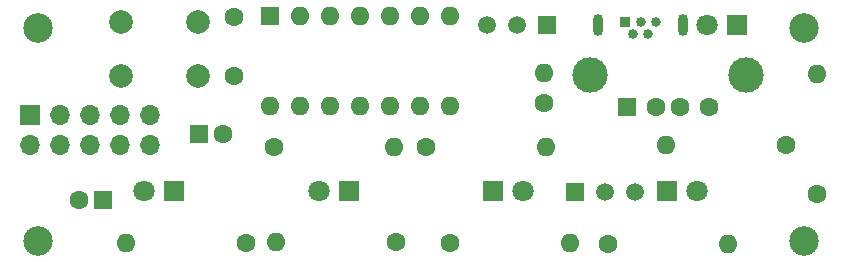
<source format=gbr>
%TF.GenerationSoftware,KiCad,Pcbnew,(6.0.1)*%
%TF.CreationDate,2022-10-21T14:46:05-07:00*%
%TF.ProjectId,BonkDaddyBoard,426f6e6b-4461-4646-9479-426f6172642e,1.2*%
%TF.SameCoordinates,Original*%
%TF.FileFunction,Soldermask,Top*%
%TF.FilePolarity,Negative*%
%FSLAX46Y46*%
G04 Gerber Fmt 4.6, Leading zero omitted, Abs format (unit mm)*
G04 Created by KiCad (PCBNEW (6.0.1)) date 2022-10-21 14:46:05*
%MOMM*%
%LPD*%
G01*
G04 APERTURE LIST*
%ADD10R,0.840000X0.840000*%
%ADD11C,0.840000*%
%ADD12O,0.850000X1.850000*%
%ADD13C,2.500000*%
%ADD14C,2.000000*%
%ADD15R,1.800000X1.800000*%
%ADD16C,1.800000*%
%ADD17C,1.600000*%
%ADD18O,1.600000X1.600000*%
%ADD19R,1.600000X1.600000*%
%ADD20R,1.600000X1.500000*%
%ADD21C,3.000000*%
%ADD22R,1.700000X1.700000*%
%ADD23O,1.700000X1.700000*%
%ADD24R,1.500000X1.500000*%
%ADD25C,1.500000*%
G04 APERTURE END LIST*
D10*
%TO.C,J2*%
X102700000Y-52500000D03*
D11*
X103350000Y-53500000D03*
X104000000Y-52500000D03*
X104650000Y-53500000D03*
X105300000Y-52500000D03*
D12*
X100425000Y-52720000D03*
X107575000Y-52720000D03*
%TD*%
D13*
%TO.C,H1*%
X53000000Y-53000000D03*
%TD*%
%TO.C,H2*%
X117800000Y-53000000D03*
%TD*%
%TO.C,H3*%
X53000000Y-71000000D03*
%TD*%
%TO.C,H4*%
X117800000Y-71000000D03*
%TD*%
D14*
%TO.C,SW1*%
X66500000Y-52500000D03*
X60000000Y-52500000D03*
X60000000Y-57000000D03*
X66500000Y-57000000D03*
%TD*%
D15*
%TO.C,D1*%
X106280000Y-66750000D03*
D16*
X108820000Y-66750000D03*
%TD*%
D15*
%TO.C,D2*%
X112200000Y-52750000D03*
D16*
X109660000Y-52750000D03*
%TD*%
D17*
%TO.C,R1*%
X101245000Y-71225000D03*
D18*
X111405000Y-71225000D03*
%TD*%
D17*
%TO.C,R2*%
X70580000Y-71175000D03*
D18*
X60420000Y-71175000D03*
%TD*%
D15*
%TO.C,D3*%
X91510000Y-66750000D03*
D16*
X94050000Y-66750000D03*
%TD*%
D17*
%TO.C,R4*%
X87895000Y-71175000D03*
D18*
X98055000Y-71175000D03*
%TD*%
D17*
%TO.C,R5*%
X83255000Y-71075000D03*
D18*
X73095000Y-71075000D03*
%TD*%
D17*
%TO.C,R6*%
X85845000Y-63000000D03*
D18*
X96005000Y-63000000D03*
%TD*%
D17*
%TO.C,R8*%
X118975000Y-67005000D03*
D18*
X118975000Y-56845000D03*
%TD*%
D17*
%TO.C,R9*%
X73000000Y-63000000D03*
D18*
X83160000Y-63000000D03*
%TD*%
D17*
%TO.C,R7*%
X116330000Y-62875000D03*
D18*
X106170000Y-62875000D03*
%TD*%
D19*
%TO.C,C2*%
X66644888Y-61980000D03*
D17*
X68644888Y-61980000D03*
%TD*%
D15*
%TO.C,D5*%
X79290000Y-66750000D03*
D16*
X76750000Y-66750000D03*
%TD*%
D19*
%TO.C,C3*%
X58475113Y-67510000D03*
D17*
X56475113Y-67510000D03*
%TD*%
D15*
%TO.C,D4*%
X64520000Y-66750000D03*
D16*
X61980000Y-66750000D03*
%TD*%
D20*
%TO.C,J3*%
X102825000Y-59695000D03*
D17*
X105325000Y-59695000D03*
X107325000Y-59695000D03*
X109825000Y-59695000D03*
D21*
X112895000Y-56985000D03*
X99755000Y-56985000D03*
%TD*%
D22*
%TO.C,J1*%
X52325000Y-60325000D03*
D23*
X52325000Y-62865000D03*
X54865000Y-60325000D03*
X54865000Y-62865000D03*
X57405000Y-60325000D03*
X57405000Y-62865000D03*
X59945000Y-60325000D03*
X59945000Y-62865000D03*
X62485000Y-60325000D03*
X62485000Y-62865000D03*
%TD*%
D17*
%TO.C,R3*%
X95800000Y-59320000D03*
D18*
X95800000Y-56780000D03*
%TD*%
D17*
%TO.C,C1*%
X69600000Y-52025000D03*
X69600000Y-57025000D03*
%TD*%
D24*
%TO.C,Q3*%
X96050000Y-52675000D03*
D25*
X93510000Y-52675000D03*
X90970000Y-52675000D03*
%TD*%
D19*
%TO.C,U1*%
X72635000Y-51930000D03*
D18*
X75175000Y-51930000D03*
X77715000Y-51930000D03*
X80255000Y-51930000D03*
X82795000Y-51930000D03*
X85335000Y-51930000D03*
X87875000Y-51930000D03*
X87875000Y-59550000D03*
X85335000Y-59550000D03*
X82795000Y-59550000D03*
X80255000Y-59550000D03*
X77715000Y-59550000D03*
X75175000Y-59550000D03*
X72635000Y-59550000D03*
%TD*%
D24*
%TO.C,Q4*%
X98460000Y-66835000D03*
D25*
X101000000Y-66835000D03*
X103540000Y-66835000D03*
%TD*%
M02*

</source>
